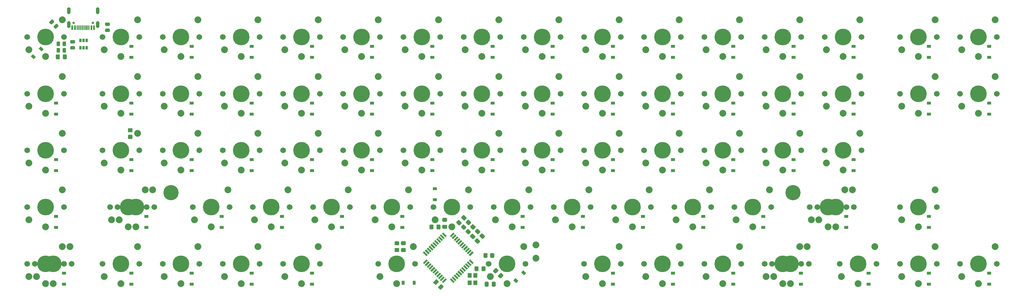
<source format=gbs>
G04 #@! TF.GenerationSoftware,KiCad,Pcbnew,(5.1.8)-1*
G04 #@! TF.CreationDate,2021-03-20T07:11:13-07:00*
G04 #@! TF.ProjectId,Spritzgeback,53707269-747a-4676-9562-61636b2e6b69,rev?*
G04 #@! TF.SameCoordinates,Original*
G04 #@! TF.FileFunction,Soldermask,Bot*
G04 #@! TF.FilePolarity,Negative*
%FSLAX46Y46*%
G04 Gerber Fmt 4.6, Leading zero omitted, Abs format (unit mm)*
G04 Created by KiCad (PCBNEW (5.1.8)-1) date 2021-03-20 07:11:13*
%MOMM*%
%LPD*%
G01*
G04 APERTURE LIST*
%ADD10C,4.562400*%
%ADD11C,2.032000*%
%ADD12C,5.000000*%
%ADD13C,1.701800*%
%ADD14R,1.200000X0.900000*%
%ADD15C,0.100000*%
%ADD16R,0.900000X1.200000*%
%ADD17R,0.650000X1.060000*%
%ADD18R,1.200000X1.400000*%
%ADD19C,0.700000*%
%ADD20O,1.050000X2.100000*%
%ADD21R,0.600000X1.450000*%
%ADD22R,0.300000X1.450000*%
G04 APERTURE END LIST*
D10*
X37500000Y-54900000D03*
X223500000Y-54900000D03*
D11*
X5000000Y-3050000D03*
X0Y-14100000D03*
X-5000000Y-12000000D03*
D12*
X0Y-8200000D03*
D13*
X5500000Y-8200000D03*
X-5500000Y-8200000D03*
D11*
X27500000Y-3050000D03*
X22500000Y-14100000D03*
X17500000Y-12000000D03*
D12*
X22500000Y-8200000D03*
D13*
X28000000Y-8200000D03*
X17000000Y-8200000D03*
D11*
X45500000Y-3050000D03*
X40500000Y-14100000D03*
X35500000Y-12000000D03*
D12*
X40500000Y-8200000D03*
D13*
X46000000Y-8200000D03*
X35000000Y-8200000D03*
D11*
X63500000Y-3050000D03*
X58500000Y-14100000D03*
X53500000Y-12000000D03*
D12*
X58500000Y-8200000D03*
D13*
X64000000Y-8200000D03*
X53000000Y-8200000D03*
D11*
X81500000Y-3050000D03*
X76500000Y-14100000D03*
X71500000Y-12000000D03*
D12*
X76500000Y-8200000D03*
D13*
X82000000Y-8200000D03*
X71000000Y-8200000D03*
D11*
X99500000Y-3050000D03*
X94500000Y-14100000D03*
X89500000Y-12000000D03*
D12*
X94500000Y-8200000D03*
D13*
X100000000Y-8200000D03*
X89000000Y-8200000D03*
D11*
X117500000Y-3050000D03*
X112500000Y-14100000D03*
X107500000Y-12000000D03*
D12*
X112500000Y-8200000D03*
D13*
X118000000Y-8200000D03*
X107000000Y-8200000D03*
D11*
X135500000Y-3050000D03*
X130500000Y-14100000D03*
X125500000Y-12000000D03*
D12*
X130500000Y-8200000D03*
D13*
X136000000Y-8200000D03*
X125000000Y-8200000D03*
D11*
X153500000Y-3050000D03*
X148500000Y-14100000D03*
X143500000Y-12000000D03*
D12*
X148500000Y-8200000D03*
D13*
X154000000Y-8200000D03*
X143000000Y-8200000D03*
D11*
X171500000Y-3050000D03*
X166500000Y-14100000D03*
X161500000Y-12000000D03*
D12*
X166500000Y-8200000D03*
D13*
X172000000Y-8200000D03*
X161000000Y-8200000D03*
D11*
X189500000Y-3050000D03*
X184500000Y-14100000D03*
X179500000Y-12000000D03*
D12*
X184500000Y-8200000D03*
D13*
X190000000Y-8200000D03*
X179000000Y-8200000D03*
D11*
X207500000Y-3050000D03*
X202500000Y-14100000D03*
X197500000Y-12000000D03*
D12*
X202500000Y-8200000D03*
D13*
X208000000Y-8200000D03*
X197000000Y-8200000D03*
D11*
X225500000Y-3050000D03*
X220500000Y-14100000D03*
X215500000Y-12000000D03*
D12*
X220500000Y-8200000D03*
D13*
X226000000Y-8200000D03*
X215000000Y-8200000D03*
D11*
X243500000Y-3050000D03*
X238500000Y-14100000D03*
X233500000Y-12000000D03*
D12*
X238500000Y-8200000D03*
D13*
X244000000Y-8200000D03*
X233000000Y-8200000D03*
D11*
X266000000Y-3050000D03*
X261000000Y-14100000D03*
X256000000Y-12000000D03*
D12*
X261000000Y-8200000D03*
D13*
X266500000Y-8200000D03*
X255500000Y-8200000D03*
D11*
X284000000Y-3050000D03*
X279000000Y-14100000D03*
X274000000Y-12000000D03*
D12*
X279000000Y-8200000D03*
D13*
X284500000Y-8200000D03*
X273500000Y-8200000D03*
D11*
X5000000Y-20050000D03*
X0Y-31100000D03*
X-5000000Y-29000000D03*
D12*
X0Y-25200000D03*
D13*
X5500000Y-25200000D03*
X-5500000Y-25200000D03*
D11*
X27500000Y-20050000D03*
X22500000Y-31100000D03*
X17500000Y-29000000D03*
D12*
X22500000Y-25200000D03*
D13*
X28000000Y-25200000D03*
X17000000Y-25200000D03*
D11*
X45500000Y-20050000D03*
X40500000Y-31100000D03*
X35500000Y-29000000D03*
D12*
X40500000Y-25200000D03*
D13*
X46000000Y-25200000D03*
X35000000Y-25200000D03*
D11*
X63500000Y-20050000D03*
X58500000Y-31100000D03*
X53500000Y-29000000D03*
D12*
X58500000Y-25200000D03*
D13*
X64000000Y-25200000D03*
X53000000Y-25200000D03*
D11*
X81500000Y-20050000D03*
X76500000Y-31100000D03*
X71500000Y-29000000D03*
D12*
X76500000Y-25200000D03*
D13*
X82000000Y-25200000D03*
X71000000Y-25200000D03*
D11*
X99500000Y-20050000D03*
X94500000Y-31100000D03*
X89500000Y-29000000D03*
D12*
X94500000Y-25200000D03*
D13*
X100000000Y-25200000D03*
X89000000Y-25200000D03*
D11*
X117500000Y-20050000D03*
X112500000Y-31100000D03*
X107500000Y-29000000D03*
D12*
X112500000Y-25200000D03*
D13*
X118000000Y-25200000D03*
X107000000Y-25200000D03*
D11*
X135500000Y-20050000D03*
X130500000Y-31100000D03*
X125500000Y-29000000D03*
D12*
X130500000Y-25200000D03*
D13*
X136000000Y-25200000D03*
X125000000Y-25200000D03*
D11*
X153500000Y-20050000D03*
X148500000Y-31100000D03*
X143500000Y-29000000D03*
D12*
X148500000Y-25200000D03*
D13*
X154000000Y-25200000D03*
X143000000Y-25200000D03*
D11*
X171500000Y-20050000D03*
X166500000Y-31100000D03*
X161500000Y-29000000D03*
D12*
X166500000Y-25200000D03*
D13*
X172000000Y-25200000D03*
X161000000Y-25200000D03*
D11*
X189500000Y-20050000D03*
X184500000Y-31100000D03*
X179500000Y-29000000D03*
D12*
X184500000Y-25200000D03*
D13*
X190000000Y-25200000D03*
X179000000Y-25200000D03*
D11*
X207500000Y-20050000D03*
X202500000Y-31100000D03*
X197500000Y-29000000D03*
D12*
X202500000Y-25200000D03*
D13*
X208000000Y-25200000D03*
X197000000Y-25200000D03*
D11*
X225500000Y-20050000D03*
X220500000Y-31100000D03*
X215500000Y-29000000D03*
D12*
X220500000Y-25200000D03*
D13*
X226000000Y-25200000D03*
X215000000Y-25200000D03*
D11*
X243500000Y-20050000D03*
X238500000Y-31100000D03*
X233500000Y-29000000D03*
D12*
X238500000Y-25200000D03*
D13*
X244000000Y-25200000D03*
X233000000Y-25200000D03*
D11*
X266000000Y-20050000D03*
X261000000Y-31100000D03*
X256000000Y-29000000D03*
D12*
X261000000Y-25200000D03*
D13*
X266500000Y-25200000D03*
X255500000Y-25200000D03*
D11*
X284000000Y-20050000D03*
X279000000Y-31100000D03*
X274000000Y-29000000D03*
D12*
X279000000Y-25200000D03*
D13*
X284500000Y-25200000D03*
X273500000Y-25200000D03*
D11*
X5000000Y-37050000D03*
X0Y-48100000D03*
X-5000000Y-46000000D03*
D12*
X0Y-42200000D03*
D13*
X5500000Y-42200000D03*
X-5500000Y-42200000D03*
D11*
X27500000Y-37050000D03*
X22500000Y-48100000D03*
X17500000Y-46000000D03*
D12*
X22500000Y-42200000D03*
D13*
X28000000Y-42200000D03*
X17000000Y-42200000D03*
D11*
X45500000Y-37050000D03*
X40500000Y-48100000D03*
X35500000Y-46000000D03*
D12*
X40500000Y-42200000D03*
D13*
X46000000Y-42200000D03*
X35000000Y-42200000D03*
D11*
X63500000Y-37050000D03*
X58500000Y-48100000D03*
X53500000Y-46000000D03*
D12*
X58500000Y-42200000D03*
D13*
X64000000Y-42200000D03*
X53000000Y-42200000D03*
D11*
X81500000Y-37050000D03*
X76500000Y-48100000D03*
X71500000Y-46000000D03*
D12*
X76500000Y-42200000D03*
D13*
X82000000Y-42200000D03*
X71000000Y-42200000D03*
D11*
X99500000Y-37050000D03*
X94500000Y-48100000D03*
X89500000Y-46000000D03*
D12*
X94500000Y-42200000D03*
D13*
X100000000Y-42200000D03*
X89000000Y-42200000D03*
D11*
X117500000Y-37050000D03*
X112500000Y-48100000D03*
X107500000Y-46000000D03*
D12*
X112500000Y-42200000D03*
D13*
X118000000Y-42200000D03*
X107000000Y-42200000D03*
D11*
X135500000Y-37050000D03*
X130500000Y-48100000D03*
X125500000Y-46000000D03*
D12*
X130500000Y-42200000D03*
D13*
X136000000Y-42200000D03*
X125000000Y-42200000D03*
D11*
X153500000Y-37050000D03*
X148500000Y-48100000D03*
X143500000Y-46000000D03*
D12*
X148500000Y-42200000D03*
D13*
X154000000Y-42200000D03*
X143000000Y-42200000D03*
D11*
X171500000Y-37050000D03*
X166500000Y-48100000D03*
X161500000Y-46000000D03*
D12*
X166500000Y-42200000D03*
D13*
X172000000Y-42200000D03*
X161000000Y-42200000D03*
D11*
X189500000Y-37050000D03*
X184500000Y-48100000D03*
X179500000Y-46000000D03*
D12*
X184500000Y-42200000D03*
D13*
X190000000Y-42200000D03*
X179000000Y-42200000D03*
D11*
X207500000Y-37050000D03*
X202500000Y-48100000D03*
X197500000Y-46000000D03*
D12*
X202500000Y-42200000D03*
D13*
X208000000Y-42200000D03*
X197000000Y-42200000D03*
D11*
X225500000Y-37050000D03*
X220500000Y-48100000D03*
X215500000Y-46000000D03*
D12*
X220500000Y-42200000D03*
D13*
X226000000Y-42200000D03*
X215000000Y-42200000D03*
D11*
X243500000Y-37050000D03*
X238500000Y-48100000D03*
X233500000Y-46000000D03*
D12*
X238500000Y-42200000D03*
D13*
X244000000Y-42200000D03*
X233000000Y-42200000D03*
D11*
X5000000Y-54050000D03*
X0Y-65100000D03*
X-5000000Y-63000000D03*
D12*
X0Y-59200000D03*
D13*
X5500000Y-59200000D03*
X-5500000Y-59200000D03*
D11*
X32000000Y-54050000D03*
X27000000Y-65100000D03*
X22000000Y-63000000D03*
D12*
X27000000Y-59200000D03*
D13*
X32500000Y-59200000D03*
X21500000Y-59200000D03*
D11*
X54500000Y-54050000D03*
X49500000Y-65100000D03*
X44500000Y-63000000D03*
D12*
X49500000Y-59200000D03*
D13*
X55000000Y-59200000D03*
X44000000Y-59200000D03*
D11*
X72500000Y-54050000D03*
X67500000Y-65100000D03*
X62500000Y-63000000D03*
D12*
X67500000Y-59200000D03*
D13*
X73000000Y-59200000D03*
X62000000Y-59200000D03*
D11*
X90500000Y-54050000D03*
X85500000Y-65100000D03*
X80500000Y-63000000D03*
D12*
X85500000Y-59200000D03*
D13*
X91000000Y-59200000D03*
X80000000Y-59200000D03*
D11*
X108500000Y-54050000D03*
X103500000Y-65100000D03*
X98500000Y-63000000D03*
D12*
X103500000Y-59200000D03*
D13*
X109000000Y-59200000D03*
X98000000Y-59200000D03*
D11*
X126500000Y-54050000D03*
X121500000Y-65100000D03*
X116500000Y-63000000D03*
D12*
X121500000Y-59200000D03*
D13*
X127000000Y-59200000D03*
X116000000Y-59200000D03*
D11*
X144500000Y-54050000D03*
X139500000Y-65100000D03*
X134500000Y-63000000D03*
D12*
X139500000Y-59200000D03*
D13*
X145000000Y-59200000D03*
X134000000Y-59200000D03*
D11*
X162500000Y-54050000D03*
X157500000Y-65100000D03*
X152500000Y-63000000D03*
D12*
X157500000Y-59200000D03*
D13*
X163000000Y-59200000D03*
X152000000Y-59200000D03*
D11*
X180500000Y-54050000D03*
X175500000Y-65100000D03*
X170500000Y-63000000D03*
D12*
X175500000Y-59200000D03*
D13*
X181000000Y-59200000D03*
X170000000Y-59200000D03*
D11*
X198500000Y-54050000D03*
X193500000Y-65100000D03*
X188500000Y-63000000D03*
D12*
X193500000Y-59200000D03*
D13*
X199000000Y-59200000D03*
X188000000Y-59200000D03*
D11*
X216500000Y-54050000D03*
X211500000Y-65100000D03*
X206500000Y-63000000D03*
D12*
X211500000Y-59200000D03*
D13*
X217000000Y-59200000D03*
X206000000Y-59200000D03*
D11*
X239000000Y-54050000D03*
X234000000Y-65100000D03*
X229000000Y-63000000D03*
D12*
X234000000Y-59200000D03*
D13*
X239500000Y-59200000D03*
X228500000Y-59200000D03*
D11*
X266000000Y-54050000D03*
X261000000Y-65100000D03*
X256000000Y-63000000D03*
D12*
X261000000Y-59200000D03*
D13*
X266500000Y-59200000D03*
X255500000Y-59200000D03*
D11*
X5000000Y-71050000D03*
X0Y-82100000D03*
X-5000000Y-80000000D03*
D12*
X0Y-76200000D03*
D13*
X5500000Y-76200000D03*
X-5500000Y-76200000D03*
D11*
X27500000Y-71050000D03*
X22500000Y-82100000D03*
X17500000Y-80000000D03*
D12*
X22500000Y-76200000D03*
D13*
X28000000Y-76200000D03*
X17000000Y-76200000D03*
D11*
X45500000Y-71050000D03*
X40500000Y-82100000D03*
X35500000Y-80000000D03*
D12*
X40500000Y-76200000D03*
D13*
X46000000Y-76200000D03*
X35000000Y-76200000D03*
D11*
X63500000Y-71050000D03*
X58500000Y-82100000D03*
X53500000Y-80000000D03*
D12*
X58500000Y-76200000D03*
D13*
X64000000Y-76200000D03*
X53000000Y-76200000D03*
D11*
X81500000Y-71050000D03*
X76500000Y-82100000D03*
X71500000Y-80000000D03*
D12*
X76500000Y-76200000D03*
D13*
X82000000Y-76200000D03*
X71000000Y-76200000D03*
D11*
X110000000Y-71050000D03*
X105000000Y-82100000D03*
X100000000Y-80000000D03*
D12*
X105000000Y-76200000D03*
D13*
X110500000Y-76200000D03*
X99500000Y-76200000D03*
D11*
X143000000Y-71050000D03*
X138000000Y-82100000D03*
X133000000Y-80000000D03*
D12*
X138000000Y-76200000D03*
D13*
X143500000Y-76200000D03*
X132500000Y-76200000D03*
D11*
X171500000Y-71050000D03*
X166500000Y-82100000D03*
X161500000Y-80000000D03*
D12*
X166500000Y-76200000D03*
D13*
X172000000Y-76200000D03*
X161000000Y-76200000D03*
D11*
X189500000Y-71050000D03*
X184500000Y-82100000D03*
X179500000Y-80000000D03*
D12*
X184500000Y-76200000D03*
D13*
X190000000Y-76200000D03*
X179000000Y-76200000D03*
D11*
X207500000Y-71050000D03*
X202500000Y-82100000D03*
X197500000Y-80000000D03*
D12*
X202500000Y-76200000D03*
D13*
X208000000Y-76200000D03*
X197000000Y-76200000D03*
D11*
X225500000Y-71050000D03*
X220500000Y-82100000D03*
X215500000Y-80000000D03*
D12*
X220500000Y-76200000D03*
D13*
X226000000Y-76200000D03*
X215000000Y-76200000D03*
D11*
X248000000Y-71050000D03*
X243000000Y-82100000D03*
X238000000Y-80000000D03*
D12*
X243000000Y-76200000D03*
D13*
X248500000Y-76200000D03*
X237500000Y-76200000D03*
D11*
X266000000Y-71050000D03*
X261000000Y-82100000D03*
X256000000Y-80000000D03*
D12*
X261000000Y-76200000D03*
D13*
X266500000Y-76200000D03*
X255500000Y-76200000D03*
D11*
X284000000Y-71050000D03*
X279000000Y-82100000D03*
X274000000Y-80000000D03*
D12*
X279000000Y-76200000D03*
D13*
X284500000Y-76200000D03*
X273500000Y-76200000D03*
D11*
X241250000Y-54050000D03*
X236250000Y-65100000D03*
X231250000Y-63000000D03*
D12*
X236250000Y-59200000D03*
D13*
X241750000Y-59200000D03*
X230750000Y-59200000D03*
D11*
X29750000Y-54050000D03*
X24750000Y-65100000D03*
X19750000Y-63000000D03*
D12*
X24750000Y-59200000D03*
D13*
X30250000Y-59200000D03*
X19250000Y-59200000D03*
D11*
X7250000Y-71050000D03*
X2250000Y-82100000D03*
X-2750000Y-80000000D03*
D12*
X2250000Y-76200000D03*
D13*
X7750000Y-76200000D03*
X-3250000Y-76200000D03*
D11*
X227750000Y-71050000D03*
X222750000Y-82100000D03*
X217750000Y-80000000D03*
D12*
X222750000Y-76200000D03*
D13*
X228250000Y-76200000D03*
X217250000Y-76200000D03*
D14*
X133650000Y-45000000D03*
X133650000Y-48300000D03*
D15*
G36*
X-1227208Y-12525736D02*
G01*
X-2075736Y-11677208D01*
X-1439340Y-11040812D01*
X-590812Y-11889340D01*
X-1227208Y-12525736D01*
G37*
G36*
X-3560660Y-14859188D02*
G01*
X-4409188Y-14010660D01*
X-3772792Y-13374264D01*
X-2924264Y-14222792D01*
X-3560660Y-14859188D01*
G37*
D14*
X25650000Y-11000000D03*
X25650000Y-14300000D03*
X43650000Y-11000000D03*
X43650000Y-14300000D03*
X61650000Y-11000000D03*
X61650000Y-14300000D03*
X79650000Y-11000000D03*
X79650000Y-14300000D03*
X97650000Y-11000000D03*
X97650000Y-14300000D03*
X115650000Y-11000000D03*
X115650000Y-14300000D03*
X133650000Y-11000000D03*
X133650000Y-14300000D03*
X151650000Y-11000000D03*
X151650000Y-14300000D03*
X169650000Y-11000000D03*
X169650000Y-14300000D03*
X187650000Y-11000000D03*
X187650000Y-14300000D03*
X205650000Y-11000000D03*
X205650000Y-14300000D03*
X223650000Y-11000000D03*
X223650000Y-14300000D03*
X241650000Y-11000000D03*
X241650000Y-14300000D03*
X282150000Y-11000000D03*
X282150000Y-14300000D03*
X3150000Y-28000000D03*
X3150000Y-31300000D03*
X25650000Y-28000000D03*
X25650000Y-31300000D03*
X43650000Y-28000000D03*
X43650000Y-31300000D03*
X61650000Y-28000000D03*
X61650000Y-31300000D03*
X79650000Y-28000000D03*
X79650000Y-31300000D03*
X97650000Y-28000000D03*
X97650000Y-31300000D03*
X115650000Y-28000000D03*
X115650000Y-31300000D03*
X133650000Y-28000000D03*
X133650000Y-31300000D03*
X151650000Y-28000000D03*
X151650000Y-31300000D03*
X169650000Y-28000000D03*
X169650000Y-31300000D03*
X187650000Y-28000000D03*
X187650000Y-31300000D03*
X205650000Y-28000000D03*
X205650000Y-31300000D03*
X223650000Y-28000000D03*
X223650000Y-31300000D03*
X241650000Y-28000000D03*
X241650000Y-31300000D03*
X264150000Y-11000000D03*
X264150000Y-14300000D03*
X3150000Y-45000000D03*
X3150000Y-48300000D03*
X25650000Y-45000000D03*
X25650000Y-48300000D03*
X43650000Y-45000000D03*
X43650000Y-48300000D03*
X61650000Y-45000000D03*
X61650000Y-48300000D03*
X79650000Y-45000000D03*
X79650000Y-48300000D03*
X97650000Y-45000000D03*
X97650000Y-48300000D03*
X115650000Y-45000000D03*
X115650000Y-48300000D03*
X151650000Y-45000000D03*
X151650000Y-48300000D03*
X169650000Y-45000000D03*
X169650000Y-48300000D03*
X187650000Y-45000000D03*
X187650000Y-48300000D03*
X205650000Y-45000000D03*
X205650000Y-48300000D03*
X223650000Y-45000000D03*
X223650000Y-48300000D03*
X241650000Y-45000000D03*
X241650000Y-48300000D03*
X264150000Y-28000000D03*
X264150000Y-31300000D03*
X3150000Y-62000000D03*
X3150000Y-65300000D03*
X30150000Y-62000000D03*
X30150000Y-65300000D03*
X52650000Y-62000000D03*
X52650000Y-65300000D03*
X70650000Y-62000000D03*
X70650000Y-65300000D03*
X88650000Y-62000000D03*
X88650000Y-65300000D03*
X106650000Y-65300000D03*
X106650000Y-62000000D03*
X116400000Y-53700000D03*
X116400000Y-57000000D03*
X142650000Y-65300000D03*
X142650000Y-62000000D03*
X160650000Y-62000000D03*
X160650000Y-65300000D03*
X178650000Y-62000000D03*
X178650000Y-65300000D03*
X196650000Y-62000000D03*
X196650000Y-65300000D03*
X214650000Y-62000000D03*
X214650000Y-65300000D03*
X239400000Y-62000000D03*
X239400000Y-65300000D03*
X25650000Y-79000000D03*
X25650000Y-82300000D03*
X43650000Y-79000000D03*
X43650000Y-82300000D03*
X61650000Y-79000000D03*
X61650000Y-82300000D03*
D16*
X110250000Y-81900000D03*
X106950000Y-81900000D03*
D15*
G36*
X142860660Y-78140812D02*
G01*
X143709188Y-78989340D01*
X143072792Y-79625736D01*
X142224264Y-78777208D01*
X142860660Y-78140812D01*
G37*
G36*
X140527208Y-80474264D02*
G01*
X141375736Y-81322792D01*
X140739340Y-81959188D01*
X139890812Y-81110660D01*
X140527208Y-80474264D01*
G37*
D14*
X187650000Y-79000000D03*
X187650000Y-82300000D03*
X205650000Y-79000000D03*
X205650000Y-82300000D03*
X225900000Y-79000000D03*
X225900000Y-82300000D03*
X246150000Y-79000000D03*
X246150000Y-82300000D03*
X282150000Y-79000000D03*
X282150000Y-82300000D03*
X5531250Y-79000000D03*
X5531250Y-82300000D03*
X79650000Y-79000000D03*
X79650000Y-82300000D03*
X264150000Y-62000000D03*
X264150000Y-65300000D03*
X264150000Y-79000000D03*
X264150000Y-82300000D03*
X282150000Y-28000000D03*
X282150000Y-31300000D03*
X169650000Y-79000000D03*
X169650000Y-82300000D03*
G36*
G01*
X105500001Y-72650000D02*
X104599999Y-72650000D01*
G75*
G02*
X104350000Y-72400001I0J249999D01*
G01*
X104350000Y-71699999D01*
G75*
G02*
X104599999Y-71450000I249999J0D01*
G01*
X105500001Y-71450000D01*
G75*
G02*
X105750000Y-71699999I0J-249999D01*
G01*
X105750000Y-72400001D01*
G75*
G02*
X105500001Y-72650000I-249999J0D01*
G01*
G37*
G36*
G01*
X105500001Y-70650000D02*
X104599999Y-70650000D01*
G75*
G02*
X104350000Y-70400001I0J249999D01*
G01*
X104350000Y-69699999D01*
G75*
G02*
X104599999Y-69450000I249999J0D01*
G01*
X105500001Y-69450000D01*
G75*
G02*
X105750000Y-69699999I0J-249999D01*
G01*
X105750000Y-70400001D01*
G75*
G02*
X105500001Y-70650000I-249999J0D01*
G01*
G37*
D11*
X146650000Y-70500000D03*
X146650000Y-74500000D03*
G36*
G01*
X106525000Y-69425000D02*
X107475000Y-69425000D01*
G75*
G02*
X107725000Y-69675000I0J-250000D01*
G01*
X107725000Y-70350000D01*
G75*
G02*
X107475000Y-70600000I-250000J0D01*
G01*
X106525000Y-70600000D01*
G75*
G02*
X106275000Y-70350000I0J250000D01*
G01*
X106275000Y-69675000D01*
G75*
G02*
X106525000Y-69425000I250000J0D01*
G01*
G37*
G36*
G01*
X106525000Y-71500000D02*
X107475000Y-71500000D01*
G75*
G02*
X107725000Y-71750000I0J-250000D01*
G01*
X107725000Y-72425000D01*
G75*
G02*
X107475000Y-72675000I-250000J0D01*
G01*
X106525000Y-72675000D01*
G75*
G02*
X106275000Y-72425000I0J250000D01*
G01*
X106275000Y-71750000D01*
G75*
G02*
X106525000Y-71500000I250000J0D01*
G01*
G37*
G36*
G01*
X116000000Y-64675000D02*
X116000000Y-65625000D01*
G75*
G02*
X115750000Y-65875000I-250000J0D01*
G01*
X115075000Y-65875000D01*
G75*
G02*
X114825000Y-65625000I0J250000D01*
G01*
X114825000Y-64675000D01*
G75*
G02*
X115075000Y-64425000I250000J0D01*
G01*
X115750000Y-64425000D01*
G75*
G02*
X116000000Y-64675000I0J-250000D01*
G01*
G37*
G36*
G01*
X118075000Y-64675000D02*
X118075000Y-65625000D01*
G75*
G02*
X117825000Y-65875000I-250000J0D01*
G01*
X117150000Y-65875000D01*
G75*
G02*
X116900000Y-65625000I0J250000D01*
G01*
X116900000Y-64675000D01*
G75*
G02*
X117150000Y-64425000I250000J0D01*
G01*
X117825000Y-64425000D01*
G75*
G02*
X118075000Y-64675000I0J-250000D01*
G01*
G37*
G36*
G01*
X136834924Y-79813173D02*
X136163173Y-80484924D01*
G75*
G02*
X135809619Y-80484924I-176777J176777D01*
G01*
X135332322Y-80007627D01*
G75*
G02*
X135332322Y-79654073I176777J176777D01*
G01*
X136004073Y-78982322D01*
G75*
G02*
X136357627Y-78982322I176777J-176777D01*
G01*
X136834924Y-79459619D01*
G75*
G02*
X136834924Y-79813173I-176777J-176777D01*
G01*
G37*
G36*
G01*
X135367678Y-78345927D02*
X134695927Y-79017678D01*
G75*
G02*
X134342373Y-79017678I-176777J176777D01*
G01*
X133865076Y-78540381D01*
G75*
G02*
X133865076Y-78186827I176777J176777D01*
G01*
X134536827Y-77515076D01*
G75*
G02*
X134890381Y-77515076I176777J-176777D01*
G01*
X135367678Y-77992373D01*
G75*
G02*
X135367678Y-78345927I-176777J-176777D01*
G01*
G37*
G36*
G01*
X134575000Y-81825000D02*
X134575000Y-82775000D01*
G75*
G02*
X134325000Y-83025000I-250000J0D01*
G01*
X133650000Y-83025000D01*
G75*
G02*
X133400000Y-82775000I0J250000D01*
G01*
X133400000Y-81825000D01*
G75*
G02*
X133650000Y-81575000I250000J0D01*
G01*
X134325000Y-81575000D01*
G75*
G02*
X134575000Y-81825000I0J-250000D01*
G01*
G37*
G36*
G01*
X132500000Y-81825000D02*
X132500000Y-82775000D01*
G75*
G02*
X132250000Y-83025000I-250000J0D01*
G01*
X131575000Y-83025000D01*
G75*
G02*
X131325000Y-82775000I0J250000D01*
G01*
X131325000Y-81825000D01*
G75*
G02*
X131575000Y-81575000I250000J0D01*
G01*
X132250000Y-81575000D01*
G75*
G02*
X132500000Y-81825000I0J-250000D01*
G01*
G37*
G36*
G01*
X128275000Y-78125000D02*
X128275000Y-77175000D01*
G75*
G02*
X128525000Y-76925000I250000J0D01*
G01*
X129200000Y-76925000D01*
G75*
G02*
X129450000Y-77175000I0J-250000D01*
G01*
X129450000Y-78125000D01*
G75*
G02*
X129200000Y-78375000I-250000J0D01*
G01*
X128525000Y-78375000D01*
G75*
G02*
X128275000Y-78125000I0J250000D01*
G01*
G37*
G36*
G01*
X130350000Y-78125000D02*
X130350000Y-77175000D01*
G75*
G02*
X130600000Y-76925000I250000J0D01*
G01*
X131275000Y-76925000D01*
G75*
G02*
X131525000Y-77175000I0J-250000D01*
G01*
X131525000Y-78125000D01*
G75*
G02*
X131275000Y-78375000I-250000J0D01*
G01*
X130600000Y-78375000D01*
G75*
G02*
X130350000Y-78125000I0J250000D01*
G01*
G37*
G36*
G01*
X115965076Y-81586827D02*
X116636827Y-80915076D01*
G75*
G02*
X116990381Y-80915076I176777J-176777D01*
G01*
X117467678Y-81392373D01*
G75*
G02*
X117467678Y-81745927I-176777J-176777D01*
G01*
X116795927Y-82417678D01*
G75*
G02*
X116442373Y-82417678I-176777J176777D01*
G01*
X115965076Y-81940381D01*
G75*
G02*
X115965076Y-81586827I176777J176777D01*
G01*
G37*
G36*
G01*
X117432322Y-83054073D02*
X118104073Y-82382322D01*
G75*
G02*
X118457627Y-82382322I176777J-176777D01*
G01*
X118934924Y-82859619D01*
G75*
G02*
X118934924Y-83213173I-176777J-176777D01*
G01*
X118263173Y-83884924D01*
G75*
G02*
X117909619Y-83884924I-176777J176777D01*
G01*
X117432322Y-83407627D01*
G75*
G02*
X117432322Y-83054073I176777J176777D01*
G01*
G37*
G36*
G01*
X130504073Y-68667678D02*
X129832322Y-67995927D01*
G75*
G02*
X129832322Y-67642373I176777J176777D01*
G01*
X130309619Y-67165076D01*
G75*
G02*
X130663173Y-67165076I176777J-176777D01*
G01*
X131334924Y-67836827D01*
G75*
G02*
X131334924Y-68190381I-176777J-176777D01*
G01*
X130857627Y-68667678D01*
G75*
G02*
X130504073Y-68667678I-176777J176777D01*
G01*
G37*
G36*
G01*
X129036827Y-70134924D02*
X128365076Y-69463173D01*
G75*
G02*
X128365076Y-69109619I176777J176777D01*
G01*
X128842373Y-68632322D01*
G75*
G02*
X129195927Y-68632322I176777J-176777D01*
G01*
X129867678Y-69304073D01*
G75*
G02*
X129867678Y-69657627I-176777J-176777D01*
G01*
X129390381Y-70134924D01*
G75*
G02*
X129036827Y-70134924I-176777J176777D01*
G01*
G37*
G36*
G01*
X127636827Y-68734924D02*
X126965076Y-68063173D01*
G75*
G02*
X126965076Y-67709619I176777J176777D01*
G01*
X127442373Y-67232322D01*
G75*
G02*
X127795927Y-67232322I176777J-176777D01*
G01*
X128467678Y-67904073D01*
G75*
G02*
X128467678Y-68257627I-176777J-176777D01*
G01*
X127990381Y-68734924D01*
G75*
G02*
X127636827Y-68734924I-176777J176777D01*
G01*
G37*
G36*
G01*
X129104073Y-67267678D02*
X128432322Y-66595927D01*
G75*
G02*
X128432322Y-66242373I176777J176777D01*
G01*
X128909619Y-65765076D01*
G75*
G02*
X129263173Y-65765076I176777J-176777D01*
G01*
X129934924Y-66436827D01*
G75*
G02*
X129934924Y-66790381I-176777J-176777D01*
G01*
X129457627Y-67267678D01*
G75*
G02*
X129104073Y-67267678I-176777J176777D01*
G01*
G37*
G36*
G01*
X123536827Y-64634924D02*
X122865076Y-63963173D01*
G75*
G02*
X122865076Y-63609619I176777J176777D01*
G01*
X123342373Y-63132322D01*
G75*
G02*
X123695927Y-63132322I176777J-176777D01*
G01*
X124367678Y-63804073D01*
G75*
G02*
X124367678Y-64157627I-176777J-176777D01*
G01*
X123890381Y-64634924D01*
G75*
G02*
X123536827Y-64634924I-176777J176777D01*
G01*
G37*
G36*
G01*
X125004073Y-63167678D02*
X124332322Y-62495927D01*
G75*
G02*
X124332322Y-62142373I176777J176777D01*
G01*
X124809619Y-61665076D01*
G75*
G02*
X125163173Y-61665076I176777J-176777D01*
G01*
X125834924Y-62336827D01*
G75*
G02*
X125834924Y-62690381I-176777J-176777D01*
G01*
X125357627Y-63167678D01*
G75*
G02*
X125004073Y-63167678I-176777J176777D01*
G01*
G37*
G36*
G01*
X126351042Y-64535356D02*
X125714644Y-63898958D01*
G75*
G02*
X125714644Y-63545406I176776J176776D01*
G01*
X126209620Y-63050430D01*
G75*
G02*
X126563172Y-63050430I176776J-176776D01*
G01*
X127199570Y-63686828D01*
G75*
G02*
X127199570Y-64040380I-176776J-176776D01*
G01*
X126704594Y-64535356D01*
G75*
G02*
X126351042Y-64535356I-176776J176776D01*
G01*
G37*
G36*
G01*
X124936828Y-65949570D02*
X124300430Y-65313172D01*
G75*
G02*
X124300430Y-64959620I176776J176776D01*
G01*
X124795406Y-64464644D01*
G75*
G02*
X125148958Y-64464644I176776J-176776D01*
G01*
X125785356Y-65101042D01*
G75*
G02*
X125785356Y-65454594I-176776J-176776D01*
G01*
X125290380Y-65949570D01*
G75*
G02*
X124936828Y-65949570I-176776J176776D01*
G01*
G37*
G36*
G01*
X127701042Y-65885356D02*
X127064644Y-65248958D01*
G75*
G02*
X127064644Y-64895406I176776J176776D01*
G01*
X127559620Y-64400430D01*
G75*
G02*
X127913172Y-64400430I176776J-176776D01*
G01*
X128549570Y-65036828D01*
G75*
G02*
X128549570Y-65390380I-176776J-176776D01*
G01*
X128054594Y-65885356D01*
G75*
G02*
X127701042Y-65885356I-176776J176776D01*
G01*
G37*
G36*
G01*
X126286828Y-67299570D02*
X125650430Y-66663172D01*
G75*
G02*
X125650430Y-66309620I176776J176776D01*
G01*
X126145406Y-65814644D01*
G75*
G02*
X126498958Y-65814644I176776J-176776D01*
G01*
X127135356Y-66451042D01*
G75*
G02*
X127135356Y-66804594I-176776J-176776D01*
G01*
X126640380Y-67299570D01*
G75*
G02*
X126286828Y-67299570I-176776J176776D01*
G01*
G37*
D15*
G36*
X121947958Y-66776280D02*
G01*
X122336866Y-67165188D01*
X121276206Y-68225848D01*
X120887298Y-67836940D01*
X121947958Y-66776280D01*
G37*
G36*
X122513643Y-67341966D02*
G01*
X122902551Y-67730874D01*
X121841891Y-68791534D01*
X121452983Y-68402626D01*
X122513643Y-67341966D01*
G37*
G36*
X123079328Y-67907651D02*
G01*
X123468236Y-68296559D01*
X122407576Y-69357219D01*
X122018668Y-68968311D01*
X123079328Y-67907651D01*
G37*
G36*
X123645014Y-68473336D02*
G01*
X124033922Y-68862244D01*
X122973262Y-69922904D01*
X122584354Y-69533996D01*
X123645014Y-68473336D01*
G37*
G36*
X124210699Y-69039022D02*
G01*
X124599607Y-69427930D01*
X123538947Y-70488590D01*
X123150039Y-70099682D01*
X124210699Y-69039022D01*
G37*
G36*
X124776385Y-69604707D02*
G01*
X125165293Y-69993615D01*
X124104633Y-71054275D01*
X123715725Y-70665367D01*
X124776385Y-69604707D01*
G37*
G36*
X125342070Y-70170393D02*
G01*
X125730978Y-70559301D01*
X124670318Y-71619961D01*
X124281410Y-71231053D01*
X125342070Y-70170393D01*
G37*
G36*
X125907756Y-70736078D02*
G01*
X126296664Y-71124986D01*
X125236004Y-72185646D01*
X124847096Y-71796738D01*
X125907756Y-70736078D01*
G37*
G36*
X126473441Y-71301764D02*
G01*
X126862349Y-71690672D01*
X125801689Y-72751332D01*
X125412781Y-72362424D01*
X126473441Y-71301764D01*
G37*
G36*
X127039126Y-71867449D02*
G01*
X127428034Y-72256357D01*
X126367374Y-73317017D01*
X125978466Y-72928109D01*
X127039126Y-71867449D01*
G37*
G36*
X127604812Y-72433134D02*
G01*
X127993720Y-72822042D01*
X126933060Y-73882702D01*
X126544152Y-73493794D01*
X127604812Y-72433134D01*
G37*
G36*
X127993720Y-75897958D02*
G01*
X127604812Y-76286866D01*
X126544152Y-75226206D01*
X126933060Y-74837298D01*
X127993720Y-75897958D01*
G37*
G36*
X127428034Y-76463643D02*
G01*
X127039126Y-76852551D01*
X125978466Y-75791891D01*
X126367374Y-75402983D01*
X127428034Y-76463643D01*
G37*
G36*
X126862349Y-77029328D02*
G01*
X126473441Y-77418236D01*
X125412781Y-76357576D01*
X125801689Y-75968668D01*
X126862349Y-77029328D01*
G37*
G36*
X126296664Y-77595014D02*
G01*
X125907756Y-77983922D01*
X124847096Y-76923262D01*
X125236004Y-76534354D01*
X126296664Y-77595014D01*
G37*
G36*
X125730978Y-78160699D02*
G01*
X125342070Y-78549607D01*
X124281410Y-77488947D01*
X124670318Y-77100039D01*
X125730978Y-78160699D01*
G37*
G36*
X125165293Y-78726385D02*
G01*
X124776385Y-79115293D01*
X123715725Y-78054633D01*
X124104633Y-77665725D01*
X125165293Y-78726385D01*
G37*
G36*
X124599607Y-79292070D02*
G01*
X124210699Y-79680978D01*
X123150039Y-78620318D01*
X123538947Y-78231410D01*
X124599607Y-79292070D01*
G37*
G36*
X124033922Y-79857756D02*
G01*
X123645014Y-80246664D01*
X122584354Y-79186004D01*
X122973262Y-78797096D01*
X124033922Y-79857756D01*
G37*
G36*
X123468236Y-80423441D02*
G01*
X123079328Y-80812349D01*
X122018668Y-79751689D01*
X122407576Y-79362781D01*
X123468236Y-80423441D01*
G37*
G36*
X122902551Y-80989126D02*
G01*
X122513643Y-81378034D01*
X121452983Y-80317374D01*
X121841891Y-79928466D01*
X122902551Y-80989126D01*
G37*
G36*
X122336866Y-81554812D02*
G01*
X121947958Y-81943720D01*
X120887298Y-80883060D01*
X121276206Y-80494152D01*
X122336866Y-81554812D01*
G37*
G36*
X119543794Y-80494152D02*
G01*
X119932702Y-80883060D01*
X118872042Y-81943720D01*
X118483134Y-81554812D01*
X119543794Y-80494152D01*
G37*
G36*
X118978109Y-79928466D02*
G01*
X119367017Y-80317374D01*
X118306357Y-81378034D01*
X117917449Y-80989126D01*
X118978109Y-79928466D01*
G37*
G36*
X118412424Y-79362781D02*
G01*
X118801332Y-79751689D01*
X117740672Y-80812349D01*
X117351764Y-80423441D01*
X118412424Y-79362781D01*
G37*
G36*
X117846738Y-78797096D02*
G01*
X118235646Y-79186004D01*
X117174986Y-80246664D01*
X116786078Y-79857756D01*
X117846738Y-78797096D01*
G37*
G36*
X117281053Y-78231410D02*
G01*
X117669961Y-78620318D01*
X116609301Y-79680978D01*
X116220393Y-79292070D01*
X117281053Y-78231410D01*
G37*
G36*
X116715367Y-77665725D02*
G01*
X117104275Y-78054633D01*
X116043615Y-79115293D01*
X115654707Y-78726385D01*
X116715367Y-77665725D01*
G37*
G36*
X116149682Y-77100039D02*
G01*
X116538590Y-77488947D01*
X115477930Y-78549607D01*
X115089022Y-78160699D01*
X116149682Y-77100039D01*
G37*
G36*
X115583996Y-76534354D02*
G01*
X115972904Y-76923262D01*
X114912244Y-77983922D01*
X114523336Y-77595014D01*
X115583996Y-76534354D01*
G37*
G36*
X115018311Y-75968668D02*
G01*
X115407219Y-76357576D01*
X114346559Y-77418236D01*
X113957651Y-77029328D01*
X115018311Y-75968668D01*
G37*
G36*
X114452626Y-75402983D02*
G01*
X114841534Y-75791891D01*
X113780874Y-76852551D01*
X113391966Y-76463643D01*
X114452626Y-75402983D01*
G37*
G36*
X113886940Y-74837298D02*
G01*
X114275848Y-75226206D01*
X113215188Y-76286866D01*
X112826280Y-75897958D01*
X113886940Y-74837298D01*
G37*
G36*
X114275848Y-73493794D02*
G01*
X113886940Y-73882702D01*
X112826280Y-72822042D01*
X113215188Y-72433134D01*
X114275848Y-73493794D01*
G37*
G36*
X114841534Y-72928109D02*
G01*
X114452626Y-73317017D01*
X113391966Y-72256357D01*
X113780874Y-71867449D01*
X114841534Y-72928109D01*
G37*
G36*
X115407219Y-72362424D02*
G01*
X115018311Y-72751332D01*
X113957651Y-71690672D01*
X114346559Y-71301764D01*
X115407219Y-72362424D01*
G37*
G36*
X115972904Y-71796738D02*
G01*
X115583996Y-72185646D01*
X114523336Y-71124986D01*
X114912244Y-70736078D01*
X115972904Y-71796738D01*
G37*
G36*
X116538590Y-71231053D02*
G01*
X116149682Y-71619961D01*
X115089022Y-70559301D01*
X115477930Y-70170393D01*
X116538590Y-71231053D01*
G37*
G36*
X117104275Y-70665367D02*
G01*
X116715367Y-71054275D01*
X115654707Y-69993615D01*
X116043615Y-69604707D01*
X117104275Y-70665367D01*
G37*
G36*
X117669961Y-70099682D02*
G01*
X117281053Y-70488590D01*
X116220393Y-69427930D01*
X116609301Y-69039022D01*
X117669961Y-70099682D01*
G37*
G36*
X118235646Y-69533996D02*
G01*
X117846738Y-69922904D01*
X116786078Y-68862244D01*
X117174986Y-68473336D01*
X118235646Y-69533996D01*
G37*
G36*
X118801332Y-68968311D02*
G01*
X118412424Y-69357219D01*
X117351764Y-68296559D01*
X117740672Y-67907651D01*
X118801332Y-68968311D01*
G37*
G36*
X119367017Y-68402626D02*
G01*
X118978109Y-68791534D01*
X117917449Y-67730874D01*
X118306357Y-67341966D01*
X119367017Y-68402626D01*
G37*
G36*
X119932702Y-67836940D02*
G01*
X119543794Y-68225848D01*
X118483134Y-67165188D01*
X118872042Y-66776280D01*
X119932702Y-67836940D01*
G37*
G36*
G01*
X119825000Y-65675000D02*
X118875000Y-65675000D01*
G75*
G02*
X118625000Y-65425000I0J250000D01*
G01*
X118625000Y-64750000D01*
G75*
G02*
X118875000Y-64500000I250000J0D01*
G01*
X119825000Y-64500000D01*
G75*
G02*
X120075000Y-64750000I0J-250000D01*
G01*
X120075000Y-65425000D01*
G75*
G02*
X119825000Y-65675000I-250000J0D01*
G01*
G37*
G36*
G01*
X119825000Y-63600000D02*
X118875000Y-63600000D01*
G75*
G02*
X118625000Y-63350000I0J250000D01*
G01*
X118625000Y-62675000D01*
G75*
G02*
X118875000Y-62425000I250000J0D01*
G01*
X119825000Y-62425000D01*
G75*
G02*
X120075000Y-62675000I0J-250000D01*
G01*
X120075000Y-63350000D01*
G75*
G02*
X119825000Y-63600000I-250000J0D01*
G01*
G37*
G36*
G01*
X6325000Y-13675000D02*
X6325000Y-14625000D01*
G75*
G02*
X6075000Y-14875000I-250000J0D01*
G01*
X5400000Y-14875000D01*
G75*
G02*
X5150000Y-14625000I0J250000D01*
G01*
X5150000Y-13675000D01*
G75*
G02*
X5400000Y-13425000I250000J0D01*
G01*
X6075000Y-13425000D01*
G75*
G02*
X6325000Y-13675000I0J-250000D01*
G01*
G37*
G36*
G01*
X4250000Y-13675000D02*
X4250000Y-14625000D01*
G75*
G02*
X4000000Y-14875000I-250000J0D01*
G01*
X3325000Y-14875000D01*
G75*
G02*
X3075000Y-14625000I0J250000D01*
G01*
X3075000Y-13675000D01*
G75*
G02*
X3325000Y-13425000I250000J0D01*
G01*
X4000000Y-13425000D01*
G75*
G02*
X4250000Y-13675000I0J-250000D01*
G01*
G37*
G36*
G01*
X5100000Y-10700002D02*
X5100000Y-9799998D01*
G75*
G02*
X5349998Y-9550000I249998J0D01*
G01*
X5875002Y-9550000D01*
G75*
G02*
X6125000Y-9799998I0J-249998D01*
G01*
X6125000Y-10700002D01*
G75*
G02*
X5875002Y-10950000I-249998J0D01*
G01*
X5349998Y-10950000D01*
G75*
G02*
X5100000Y-10700002I0J249998D01*
G01*
G37*
G36*
G01*
X3275000Y-10700002D02*
X3275000Y-9799998D01*
G75*
G02*
X3524998Y-9550000I249998J0D01*
G01*
X4050002Y-9550000D01*
G75*
G02*
X4300000Y-9799998I0J-249998D01*
G01*
X4300000Y-10700002D01*
G75*
G02*
X4050002Y-10950000I-249998J0D01*
G01*
X3524998Y-10950000D01*
G75*
G02*
X3275000Y-10700002I0J249998D01*
G01*
G37*
G36*
G01*
X6125000Y-11749998D02*
X6125000Y-12650002D01*
G75*
G02*
X5875002Y-12900000I-249998J0D01*
G01*
X5349998Y-12900000D01*
G75*
G02*
X5100000Y-12650002I0J249998D01*
G01*
X5100000Y-11749998D01*
G75*
G02*
X5349998Y-11500000I249998J0D01*
G01*
X5875002Y-11500000D01*
G75*
G02*
X6125000Y-11749998I0J-249998D01*
G01*
G37*
G36*
G01*
X4300000Y-11749998D02*
X4300000Y-12650002D01*
G75*
G02*
X4050002Y-12900000I-249998J0D01*
G01*
X3524998Y-12900000D01*
G75*
G02*
X3275000Y-12650002I0J249998D01*
G01*
X3275000Y-11749998D01*
G75*
G02*
X3524998Y-11500000I249998J0D01*
G01*
X4050002Y-11500000D01*
G75*
G02*
X4300000Y-11749998I0J-249998D01*
G01*
G37*
G36*
G01*
X132150000Y-73249999D02*
X132150000Y-74150001D01*
G75*
G02*
X131900001Y-74400000I-249999J0D01*
G01*
X131199999Y-74400000D01*
G75*
G02*
X130950000Y-74150001I0J249999D01*
G01*
X130950000Y-73249999D01*
G75*
G02*
X131199999Y-73000000I249999J0D01*
G01*
X131900001Y-73000000D01*
G75*
G02*
X132150000Y-73249999I0J-249999D01*
G01*
G37*
G36*
G01*
X134150000Y-73249999D02*
X134150000Y-74150001D01*
G75*
G02*
X133900001Y-74400000I-249999J0D01*
G01*
X133199999Y-74400000D01*
G75*
G02*
X132950000Y-74150001I0J249999D01*
G01*
X132950000Y-73249999D01*
G75*
G02*
X133199999Y-73000000I249999J0D01*
G01*
X133900001Y-73000000D01*
G75*
G02*
X134150000Y-73249999I0J-249999D01*
G01*
G37*
G36*
G01*
X25750001Y-36750000D02*
X24849999Y-36750000D01*
G75*
G02*
X24600000Y-36500001I0J249999D01*
G01*
X24600000Y-35799999D01*
G75*
G02*
X24849999Y-35550000I249999J0D01*
G01*
X25750001Y-35550000D01*
G75*
G02*
X26000000Y-35799999I0J-249999D01*
G01*
X26000000Y-36500001D01*
G75*
G02*
X25750001Y-36750000I-249999J0D01*
G01*
G37*
G36*
G01*
X25750001Y-38750000D02*
X24849999Y-38750000D01*
G75*
G02*
X24600000Y-38500001I0J249999D01*
G01*
X24600000Y-37799999D01*
G75*
G02*
X24849999Y-37550000I249999J0D01*
G01*
X25750001Y-37550000D01*
G75*
G02*
X26000000Y-37799999I0J-249999D01*
G01*
X26000000Y-38500001D01*
G75*
G02*
X25750001Y-38750000I-249999J0D01*
G01*
G37*
D17*
X11325000Y-11400000D03*
X10375000Y-11400000D03*
X12275000Y-11400000D03*
X12275000Y-9200000D03*
X11325000Y-9200000D03*
X10375000Y-9200000D03*
G36*
G01*
X8525002Y-10150000D02*
X7624998Y-10150000D01*
G75*
G02*
X7375000Y-9900002I0J249998D01*
G01*
X7375000Y-9374998D01*
G75*
G02*
X7624998Y-9125000I249998J0D01*
G01*
X8525002Y-9125000D01*
G75*
G02*
X8775000Y-9374998I0J-249998D01*
G01*
X8775000Y-9900002D01*
G75*
G02*
X8525002Y-10150000I-249998J0D01*
G01*
G37*
G36*
G01*
X8525002Y-11975000D02*
X7624998Y-11975000D01*
G75*
G02*
X7375000Y-11725002I0J249998D01*
G01*
X7375000Y-11199998D01*
G75*
G02*
X7624998Y-10950000I249998J0D01*
G01*
X8525002Y-10950000D01*
G75*
G02*
X8775000Y-11199998I0J-249998D01*
G01*
X8775000Y-11725002D01*
G75*
G02*
X8525002Y-11975000I-249998J0D01*
G01*
G37*
G36*
G01*
X18049998Y-3875000D02*
X18950002Y-3875000D01*
G75*
G02*
X19200000Y-4124998I0J-249998D01*
G01*
X19200000Y-4650002D01*
G75*
G02*
X18950002Y-4900000I-249998J0D01*
G01*
X18049998Y-4900000D01*
G75*
G02*
X17800000Y-4650002I0J249998D01*
G01*
X17800000Y-4124998D01*
G75*
G02*
X18049998Y-3875000I249998J0D01*
G01*
G37*
G36*
G01*
X18049998Y-5700000D02*
X18950002Y-5700000D01*
G75*
G02*
X19200000Y-5949998I0J-249998D01*
G01*
X19200000Y-6475002D01*
G75*
G02*
X18950002Y-6725000I-249998J0D01*
G01*
X18049998Y-6725000D01*
G75*
G02*
X17800000Y-6475002I0J249998D01*
G01*
X17800000Y-5949998D01*
G75*
G02*
X18049998Y-5700000I249998J0D01*
G01*
G37*
D18*
X126850000Y-79650000D03*
X126850000Y-81850000D03*
X128550000Y-81850000D03*
X128550000Y-79650000D03*
D19*
X14115000Y-3975000D03*
X8335000Y-3975000D03*
D20*
X15545000Y-325000D03*
X6905000Y-325000D03*
X15545000Y-4505000D03*
X6905000Y-4505000D03*
D21*
X14475000Y-5420000D03*
X13675000Y-5420000D03*
D22*
X12975000Y-5420000D03*
X12475000Y-5420000D03*
X11975000Y-5420000D03*
X11475000Y-5420000D03*
X9475000Y-5420000D03*
X9975000Y-5420000D03*
X10475000Y-5420000D03*
X10975000Y-5420000D03*
D21*
X8775000Y-5420000D03*
X7975000Y-5420000D03*
G36*
G01*
X3775826Y-5039428D02*
X3139428Y-5675826D01*
G75*
G02*
X2785876Y-5675826I-176776J176776D01*
G01*
X2414644Y-5304594D01*
G75*
G02*
X2414644Y-4951042I176776J176776D01*
G01*
X3051042Y-4314644D01*
G75*
G02*
X3404594Y-4314644I176776J-176776D01*
G01*
X3775826Y-4685876D01*
G75*
G02*
X3775826Y-5039428I-176776J-176776D01*
G01*
G37*
G36*
G01*
X2485356Y-3748958D02*
X1848958Y-4385356D01*
G75*
G02*
X1495406Y-4385356I-176776J176776D01*
G01*
X1124174Y-4014124D01*
G75*
G02*
X1124174Y-3660572I176776J176776D01*
G01*
X1760572Y-3024174D01*
G75*
G02*
X2114124Y-3024174I176776J-176776D01*
G01*
X2485356Y-3395406D01*
G75*
G02*
X2485356Y-3748958I-176776J-176776D01*
G01*
G37*
M02*

</source>
